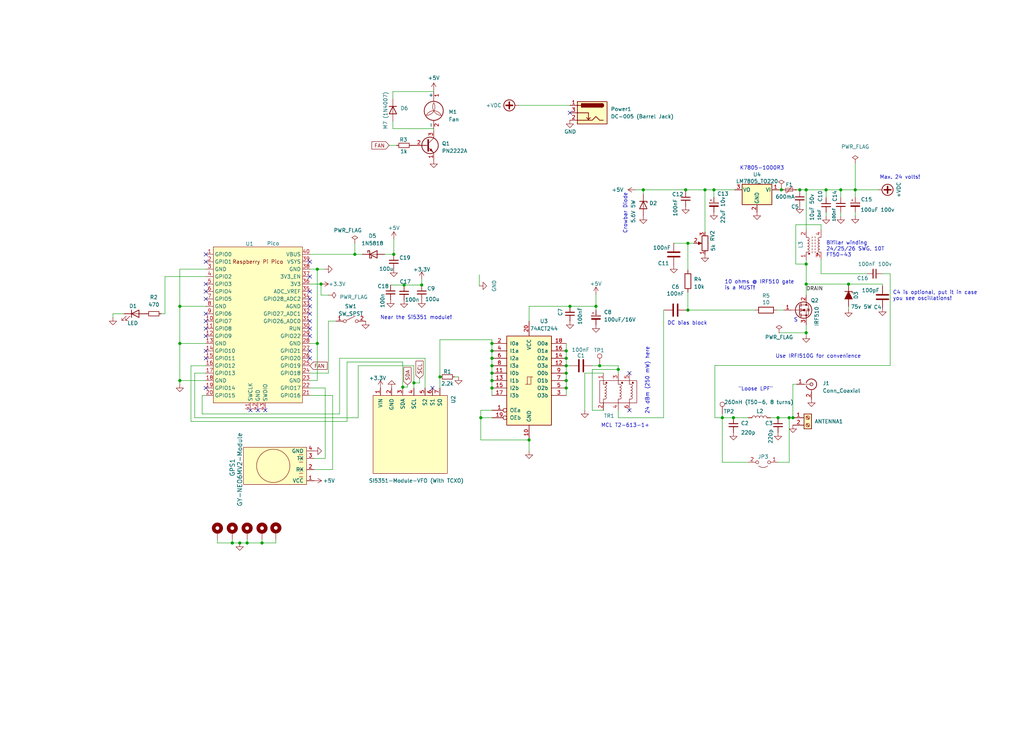
<source format=kicad_sch>
(kicad_sch (version 20230121) (generator eeschema)
  (paper "User" 350.012 250.012)
  (title_block (title "Minimal, reliable, cheap WSPR + FT8 beacon - \"Rogue Radio v2\"") (date "2023-01-30") (rev "V1") (company "Dhiru Kholia (VU3CER)"))
  (junction (at 194.818 104.775))
  (junction (at 234.3658 64.9224))
  (junction (at 61.468 130.175))
  (junction (at 193.548 120.015))
  (junction (at 193.548 127.635))
  (junction (at 292.3286 64.9224))
  (junction (at 273.3548 64.9224))
  (junction (at 244.0178 64.9224))
  (junction (at 168.148 132.715))
  (junction (at 79.4004 185.7248))
  (junction (at 275.5646 113.8174))
  (junction (at 240.9698 64.9224))
  (junction (at 109.728 97.155))
  (junction (at 81.9404 185.7248))
  (junction (at 275.5646 90.3224))
  (junction (at 235.1278 83.2104))
  (junction (at 204.978 125.095))
  (junction (at 168.148 122.555))
  (junction (at 108.458 117.475))
  (junction (at 141.478 130.9624))
  (junction (at 282.3718 64.9224))
  (junction (at 193.548 122.555))
  (junction (at 89.5604 185.7248))
  (junction (at 269.748 142.875))
  (junction (at 144.145 97.4852))
  (junction (at 180.848 150.495))
  (junction (at 193.548 130.175))
  (junction (at 267.081 64.9224))
  (junction (at 193.548 132.715))
  (junction (at 275.5646 64.9224))
  (junction (at 168.148 130.175))
  (junction (at 290.0426 97.1804))
  (junction (at 235.1278 106.0704))
  (junction (at 61.468 117.475))
  (junction (at 265.938 142.875))
  (junction (at 168.148 117.475))
  (junction (at 168.148 125.095))
  (junction (at 137.668 132.4102))
  (junction (at 219.8878 64.9224))
  (junction (at 246.888 142.875))
  (junction (at 134.5946 86.995))
  (junction (at 203.708 104.775))
  (junction (at 168.148 120.015))
  (junction (at 211.328 126.365))
  (junction (at 271.018 142.875))
  (junction (at 138.1252 97.4852))
  (junction (at 61.468 104.775))
  (junction (at 168.148 127.635))
  (junction (at 84.4804 185.7248))
  (junction (at 108.458 92.075))
  (junction (at 287.3756 64.9224))
  (junction (at 121.285 86.995))
  (junction (at 164.338 142.875))
  (junction (at 250.698 142.875))
  (junction (at 193.548 125.095))
  (junction (at 275.5646 97.1804))
  (junction (at 150.368 128.905))
  (no_connect (at 70.358 112.395))
  (no_connect (at 105.918 89.535))
  (no_connect (at 105.918 99.695))
  (no_connect (at 105.918 102.235))
  (no_connect (at 105.918 107.315))
  (no_connect (at 105.918 109.855))
  (no_connect (at 105.918 112.395))
  (no_connect (at 105.918 114.935))
  (no_connect (at 105.918 104.775))
  (no_connect (at 70.358 114.935))
  (no_connect (at 90.678 140.335))
  (no_connect (at 105.918 94.615))
  (no_connect (at 70.358 86.995))
  (no_connect (at 70.358 107.315))
  (no_connect (at 70.358 102.235))
  (no_connect (at 70.358 109.855))
  (no_connect (at 88.138 140.335))
  (no_connect (at 70.358 120.015))
  (no_connect (at 70.358 132.715))
  (no_connect (at 105.918 122.555))
  (no_connect (at 105.918 120.015))
  (no_connect (at 70.358 122.555))
  (no_connect (at 215.138 127.635))
  (no_connect (at 85.598 140.335))
  (no_connect (at 147.828 132.715))
  (no_connect (at 194.7926 38.5826))
  (no_connect (at 70.358 89.535))
  (no_connect (at 215.138 140.335))
  (no_connect (at 70.358 97.155))
  (no_connect (at 70.358 99.695))
  (wire (pts (xy 211.328 127.635) (xy 211.328 126.365)))
  (wire (pts (xy 287.3756 64.9224) (xy 292.3286 64.9224)))
  (wire (pts (xy 138.1252 97.4852) (xy 144.145 97.4852)))
  (wire (pts (xy 141.478 130.9624) (xy 143.4084 130.9624)))
  (wire (pts (xy 272.0086 90.3224) (xy 272.0086 76.8604)))
  (wire (pts (xy 193.548 125.095) (xy 193.548 127.635)))
  (wire (pts (xy 235.1278 83.2104) (xy 230.3018 83.2104)))
  (wire (pts (xy 244.0178 64.9224) (xy 251.1298 64.9224)))
  (wire (pts (xy 199.898 127.635) (xy 199.898 140.335)))
  (wire (pts (xy 265.6586 106.0704) (xy 267.9446 106.0704)))
  (wire (pts (xy 61.468 117.475) (xy 70.358 117.475)))
  (wire (pts (xy 155.448 128.905) (xy 156.718 128.905)))
  (wire (pts (xy 168.148 130.175) (xy 168.148 132.715)))
  (wire (pts (xy 246.888 142.875) (xy 246.888 158.115)))
  (wire (pts (xy 282.3718 72.6948) (xy 282.3718 73.9648)))
  (wire (pts (xy 244.348 142.875) (xy 246.888 142.875)))
  (wire (pts (xy 244.348 125.0188) (xy 244.348 142.875)))
  (wire (pts (xy 193.548 117.475) (xy 193.548 120.015)))
  (wire (pts (xy 108.458 92.075) (xy 110.998 92.075)))
  (wire (pts (xy 168.148 116.205) (xy 150.368 116.205)))
  (wire (pts (xy 240.9698 64.9224) (xy 240.9698 79.4004)))
  (wire (pts (xy 108.458 130.175) (xy 105.918 130.175)))
  (wire (pts (xy 94.2848 184.3786) (xy 94.2848 185.7248)))
  (wire (pts (xy 275.5646 97.1804) (xy 275.5646 100.9904)))
  (wire (pts (xy 217.2208 64.9224) (xy 219.8878 64.9224)))
  (wire (pts (xy 250.698 142.875) (xy 255.778 142.875)))
  (wire (pts (xy 69.088 141.605) (xy 116.078 141.605)))
  (wire (pts (xy 84.4804 185.7248) (xy 89.5604 185.7248)))
  (wire (pts (xy 105.918 86.995) (xy 121.285 86.995)))
  (wire (pts (xy 267.081 64.1604) (xy 267.081 64.9224)))
  (wire (pts (xy 275.5646 90.3224) (xy 275.5646 97.1804)))
  (wire (pts (xy 116.078 122.555) (xy 116.078 141.605)))
  (wire (pts (xy 193.548 132.715) (xy 193.548 130.175)))
  (wire (pts (xy 193.548 122.555) (xy 193.548 125.095)))
  (wire (pts (xy 112.268 127.635) (xy 112.268 109.855)))
  (wire (pts (xy 180.848 104.775) (xy 194.818 104.775)))
  (wire (pts (xy 275.5646 90.3224) (xy 272.0086 90.3224)))
  (wire (pts (xy 61.468 92.075) (xy 61.468 104.775)))
  (wire (pts (xy 38.608 107.315) (xy 38.608 108.585)))
  (wire (pts (xy 84.4804 184.4548) (xy 84.4804 185.7248)))
  (wire (pts (xy 177.2666 36.0426) (xy 194.7926 36.0426)))
  (wire (pts (xy 304.2666 93.6244) (xy 304.2666 125.0188)))
  (wire (pts (xy 266.2936 113.8174) (xy 275.5646 113.8174)))
  (wire (pts (xy 105.918 132.715) (xy 111.1504 132.715)))
  (wire (pts (xy 105.918 97.155) (xy 109.728 97.155)))
  (wire (pts (xy 235.1278 99.9744) (xy 235.1278 106.0704)))
  (wire (pts (xy 109.728 97.155) (xy 109.728 100.965)))
  (wire (pts (xy 211.328 142.875) (xy 226.822 142.875)))
  (wire (pts (xy 235.1278 106.0704) (xy 258.0386 106.0704)))
  (wire (pts (xy 168.148 122.555) (xy 168.148 120.015)))
  (wire (pts (xy 61.468 104.775) (xy 70.358 104.775)))
  (wire (pts (xy 141.478 130.9624) (xy 141.478 132.715)))
  (wire (pts (xy 69.088 135.255) (xy 69.088 141.605)))
  (wire (pts (xy 246.888 141.605) (xy 246.888 142.875)))
  (wire (pts (xy 113.6904 135.255) (xy 113.6904 160.6042)))
  (wire (pts (xy 292.3286 72.5424) (xy 292.3286 73.8124)))
  (wire (pts (xy 282.3718 64.9224) (xy 282.3718 67.6148)))
  (wire (pts (xy 134.62 81.788) (xy 134.62 86.995)))
  (wire (pts (xy 234.3658 64.9224) (xy 234.3658 65.4304)))
  (wire (pts (xy 290.0426 97.1804) (xy 301.6504 97.1804)))
  (wire (pts (xy 122.428 125.095) (xy 122.428 142.875)))
  (wire (pts (xy 292.3286 64.9224) (xy 300.2026 64.9224)))
  (wire (pts (xy 234.3658 64.9224) (xy 240.9698 64.9224)))
  (wire (pts (xy 137.668 132.4102) (xy 137.668 132.715)))
  (wire (pts (xy 180.848 104.775) (xy 180.848 109.855)))
  (wire (pts (xy 265.938 158.115) (xy 269.748 158.115)))
  (wire (pts (xy 133.5024 97.4852) (xy 138.1252 97.4852)))
  (wire (pts (xy 163.83 97.79) (xy 163.83 93.98)))
  (wire (pts (xy 79.4004 184.4548) (xy 79.4004 185.7248)))
  (wire (pts (xy 137.668 123.825) (xy 137.668 132.4102)))
  (wire (pts (xy 204.978 125.095) (xy 211.328 125.095)))
  (wire (pts (xy 272.288 64.9224) (xy 273.3548 64.9224)))
  (wire (pts (xy 70.358 94.615) (xy 56.388 94.615)))
  (wire (pts (xy 121.285 83.185) (xy 121.285 86.995)))
  (wire (pts (xy 70.358 130.175) (xy 61.468 130.175)))
  (wire (pts (xy 113.6904 160.6042) (xy 107.3658 160.6042)))
  (wire (pts (xy 81.9404 185.7248) (xy 84.4804 185.7248)))
  (wire (pts (xy 211.328 140.335) (xy 211.328 142.875)))
  (wire (pts (xy 164.338 140.335) (xy 164.338 142.875)))
  (wire (pts (xy 211.328 126.365) (xy 211.328 125.095)))
  (wire (pts (xy 42.418 107.315) (xy 38.608 107.315)))
  (wire (pts (xy 234.6706 106.0704) (xy 235.1278 106.0704)))
  (wire (pts (xy 273.3548 65.3034) (xy 273.3548 64.9224)))
  (wire (pts (xy 280.6446 93.6244) (xy 296.3926 93.6244)))
  (wire (pts (xy 292.3286 64.9224) (xy 292.3286 67.4624)))
  (wire (pts (xy 193.548 127.635) (xy 193.548 130.175)))
  (wire (pts (xy 70.358 125.095) (xy 65.278 125.095)))
  (wire (pts (xy 79.4004 185.7248) (xy 81.9404 185.7248)))
  (wire (pts (xy 203.708 100.711) (xy 203.708 104.775)))
  (wire (pts (xy 219.8878 64.9224) (xy 234.3658 64.9224)))
  (wire (pts (xy 273.3548 64.9224) (xy 275.5646 64.9224)))
  (wire (pts (xy 168.148 117.475) (xy 168.148 120.015)))
  (wire (pts (xy 263.398 142.875) (xy 265.938 142.875)))
  (wire (pts (xy 55.118 107.315) (xy 56.388 107.315)))
  (wire (pts (xy 168.148 127.635) (xy 168.148 125.095)))
  (wire (pts (xy 282.3718 64.9224) (xy 287.3756 64.9224)))
  (wire (pts (xy 246.888 142.875) (xy 250.698 142.875)))
  (wire (pts (xy 105.918 117.475) (xy 108.458 117.475)))
  (wire (pts (xy 301.6504 97.1804) (xy 301.6504 97.79)))
  (wire (pts (xy 70.358 127.635) (xy 66.548 127.635)))
  (wire (pts (xy 61.468 130.175) (xy 61.468 131.445)))
  (wire (pts (xy 108.458 117.475) (xy 108.458 130.175)))
  (wire (pts (xy 150.368 116.205) (xy 150.368 128.905)))
  (wire (pts (xy 280.6446 76.8604) (xy 280.6446 78.6384)))
  (wire (pts (xy 66.548 127.635) (xy 66.548 142.875)))
  (wire (pts (xy 275.5646 90.3224) (xy 275.5646 88.7984)))
  (wire (pts (xy 134.5946 86.995) (xy 134.62 86.995)))
  (wire (pts (xy 150.368 128.905) (xy 150.368 132.715)))
  (wire (pts (xy 280.6446 88.7984) (xy 280.6446 93.6244)))
  (wire (pts (xy 105.918 92.075) (xy 108.458 92.075)))
  (wire (pts (xy 202.438 125.095) (xy 204.978 125.095)))
  (wire (pts (xy 235.1278 83.2104) (xy 235.1278 92.3544)))
  (wire (pts (xy 164.338 150.495) (xy 180.848 150.495)))
  (wire (pts (xy 144.145 95.5294) (xy 144.145 97.4852)))
  (wire (pts (xy 105.918 127.635) (xy 112.268 127.635)))
  (wire (pts (xy 202.438 140.335) (xy 206.248 140.335)))
  (wire (pts (xy 144.145 97.4852) (xy 144.145 97.5106)))
  (wire (pts (xy 56.388 94.615) (xy 56.388 107.315)))
  (wire (pts (xy 107.3658 156.7942) (xy 111.1504 156.7942)))
  (wire (pts (xy 112.268 109.855) (xy 114.808 109.855)))
  (wire (pts (xy 137.668 132.4102) (xy 139.2682 132.4102)))
  (wire (pts (xy 275.5646 111.1504) (xy 275.5646 113.8174)))
  (wire (pts (xy 65.278 144.145) (xy 118.618 144.145)))
  (wire (pts (xy 301.4726 93.6244) (xy 304.2666 93.6244)))
  (wire (pts (xy 70.358 92.075) (xy 61.468 92.075)))
  (wire (pts (xy 193.548 125.095) (xy 194.818 125.095)))
  (wire (pts (xy 199.898 127.635) (xy 206.248 127.635)))
  (wire (pts (xy 203.708 104.775) (xy 203.708 106.045)))
  (wire (pts (xy 134.2898 44.0182) (xy 148.2598 44.0182)))
  (wire (pts (xy 240.9698 64.9224) (xy 244.0178 64.9224)))
  (wire (pts (xy 244.348 125.0188) (xy 304.2666 125.0188)))
  (wire (pts (xy 89.5604 184.4548) (xy 89.5604 185.7248)))
  (wire (pts (xy 180.848 150.495) (xy 180.848 154.305)))
  (wire (pts (xy 287.3756 64.9224) (xy 287.3756 67.564)))
  (wire (pts (xy 168.148 117.475) (xy 168.148 116.205)))
  (wire (pts (xy 202.438 126.365) (xy 211.328 126.365)))
  (wire (pts (xy 135.5598 49.7332) (xy 133.0198 49.7332)))
  (wire (pts (xy 168.148 127.635) (xy 168.148 130.175)))
  (wire (pts (xy 105.918 135.255) (xy 113.6904 135.255)))
  (wire (pts (xy 145.288 132.715) (xy 145.288 122.555)))
  (wire (pts (xy 69.088 135.255) (xy 70.358 135.255)))
  (wire (pts (xy 118.618 123.825) (xy 118.618 144.145)))
  (wire (pts (xy 74.3204 184.4548) (xy 74.3204 185.7248)))
  (wire (pts (xy 122.428 125.095) (xy 141.478 125.095)))
  (wire (pts (xy 164.338 142.875) (xy 164.338 150.495)))
  (wire (pts (xy 168.148 132.715) (xy 168.148 135.255)))
  (wire (pts (xy 226.822 106.0704) (xy 226.822 142.875)))
  (wire (pts (xy 266.3698 64.9224) (xy 267.081 64.9224)))
  (wire (pts (xy 202.438 140.335) (xy 202.438 126.365)))
  (wire (pts (xy 271.018 131.445) (xy 271.018 142.875)))
  (wire (pts (xy 168.148 122.555) (xy 168.148 125.095)))
  (wire (pts (xy 121.285 86.995) (xy 123.825 86.995)))
  (wire (pts (xy 275.5646 64.9224) (xy 282.3718 64.9224)))
  (wire (pts (xy 148.2598 30.9118) (xy 148.2598 31.3182)))
  (wire (pts (xy 269.748 158.115) (xy 269.748 142.875)))
  (wire (pts (xy 292.3286 55.7784) (xy 292.3286 64.9224)))
  (wire (pts (xy 275.5646 113.8174) (xy 275.5646 114.5794)))
  (wire (pts (xy 194.818 104.775) (xy 203.708 104.775)))
  (wire (pts (xy 219.8878 66.3194) (xy 219.8878 64.9224)))
  (wire (pts (xy 168.148 142.875) (xy 164.338 142.875)))
  (wire (pts (xy 74.3204 185.7248) (xy 79.4004 185.7248)))
  (wire (pts (xy 237.1598 83.2104) (xy 235.1278 83.2104)))
  (wire (pts (xy 287.3756 72.644) (xy 287.3756 73.914)))
  (wire (pts (xy 109.728 100.965) (xy 112.268 100.965)))
  (wire (pts (xy 111.1504 132.715) (xy 111.1504 156.7942)))
  (wire (pts (xy 138.1252 97.6122) (xy 138.1252 97.4852)))
  (wire (pts (xy 65.278 125.095) (xy 65.278 144.145)))
  (wire (pts (xy 143.4084 129.4384) (xy 143.4084 130.9624)))
  (wire (pts (xy 193.548 132.715) (xy 193.548 135.255)))
  (wire (pts (xy 244.0178 67.4624) (xy 244.0178 64.9224)))
  (wire (pts (xy 134.2898 41.4782) (xy 134.2898 44.0182)))
  (wire (pts (xy 148.2598 44.0182) (xy 148.2598 44.6532)))
  (wire (pts (xy 61.468 117.475) (xy 61.468 130.175)))
  (wire (pts (xy 272.288 131.445) (xy 271.018 131.445)))
  (wire (pts (xy 139.2682 131.6482) (xy 139.2682 132.4102)))
  (wire (pts (xy 272.0086 76.8604) (xy 280.6446 76.8604)))
  (wire (pts (xy 145.288 122.555) (xy 116.078 122.555)))
  (wire (pts (xy 275.5646 64.9224) (xy 275.5646 78.6384)))
  (wire (pts (xy 267.081 64.9224) (xy 267.208 64.9224)))
  (wire (pts (xy 141.478 125.095) (xy 141.478 130.9624)))
  (wire (pts (xy 134.2898 31.3182) (xy 134.2898 33.8582)))
  (wire (pts (xy 66.548 142.875) (xy 122.428 142.875)))
  (wire (pts (xy 89.5604 185.7248) (xy 94.2848 185.7248)))
  (wire (pts (xy 108.458 92.075) (xy 108.458 117.475)))
  (wire (pts (xy 290.0426 105.8164) (xy 290.0426 104.8004)))
  (wire (pts (xy 118.618 123.825) (xy 137.668 123.825)))
  (wire (pts (xy 193.548 122.555) (xy 193.548 120.015)))
  (wire (pts (xy 275.5646 97.1804) (xy 290.0426 97.1804)))
  (wire (pts (xy 131.445 86.995) (xy 134.5946 86.995)))
  (wire (pts (xy 265.938 142.875) (xy 269.748 142.875)))
  (wire (pts (xy 168.148 140.335) (xy 164.338 140.335)))
  (wire (pts (xy 226.822 106.0704) (xy 227.0506 106.0704)))
  (wire (pts (xy 246.888 158.115) (xy 255.778 158.115)))
  (wire (pts (xy 61.468 104.775) (xy 61.468 117.475)))
  (wire (pts (xy 269.748 142.875) (xy 271.018 142.875)))
  (wire (pts (xy 134.2898 31.3182) (xy 148.2598 31.3182)))
  (text "Bifilar winding\n24/25/26 SWG, 10T\nFT50-43" (at 282.3718 88.0364 0) (effects (font (size 1.27 1.27)) (justify left bottom)))
  (text "Max. 24 volts!" (at 300.6598 61.468 0) (effects (font (size 1.27 1.27)) (justify left bottom)))
  (text "Near the Si5351 module!" (at 129.9464 109.4486 0) (effects (font (size 1.27 1.27)) (justify left bottom)))
  (text "10 ohms @ IRF510 gate\nis a MUST!" (at 247.65 99.314 0) (effects (font (size 1.27 1.27)) (justify left bottom)))
  (text "DC bias block" (at 228.092 111.3536 0) (effects (font (size 1.27 1.27)) (justify left bottom)))
  (text "S" (at 271.3228 110.2868 0) (effects (font (size 1.27 1.27)) (justify left bottom)))
  (text "\"Loose LPF\"" (at 252.349 133.8834 0) (effects (font (size 1.27 1.27)) (justify left bottom)))
  (text "MCL T2-613-1+" (at 205.4098 146.3548 0) (effects (font (size 1.27 1.27)) (justify left bottom)))
  (text "C4 is optional, put it in case\nyou see oscillations!" (at 305.181 102.9462 0) (effects (font (size 1.27 1.27)) (justify left bottom)))
  (text "K7805-1000R3" (at 252.857 58.3184 0) (effects (font (size 1.27 1.27)) (justify left bottom)))
  (text "Use IRFI510G for convenience" (at 265.049 122.682 0) (effects (font (size 1.27 1.27)) (justify left bottom)))
  (text "Crowbar Diode" (at 214.4776 79.9846 90) (effects (font (size 1.27 1.27)) (justify left bottom)))
  (text "24 dBm (250 mW) here" (at 222.0214 141.7828 90) (effects (font (size 1.27 1.27)) (justify left bottom)))
  (label "DRAIN" (at 275.5646 99.7204 0))
  (global_label "SCL" (shape input) (at 143.4084 129.4384 90) (property "Intersheetrefs" "${INTERSHEET_REFS}" (effects hide)))
  (global_label "FAN" (shape input) (at 133.0198 49.7332 180) (property "Intersheetrefs" "${INTERSHEET_REFS}" (effects hide)))
  (global_label "FAN" (shape input) (at 105.918 125.095 0) (property "Intersheetrefs" "${INTERSHEET_REFS}" (effects hide)))
  (global_label "SDA" (shape input) (at 139.2682 131.6482 90) (property "Intersheetrefs" "${INTERSHEET_REFS}" (effects hide)))
  (symbol (lib_id "Control-Board-rescue:SI5351Module_2-VFO-SDR_SSB-rescue-Hack-v1-rescue") (at 140.208 147.955 270) (unit 1)
    (property "Reference" "U2" (at 154.94 135.255 0) (effects (justify left)))
    (property "Value" "SI5351-Module-VFO (With TCXO)" (at 126.0348 164.4142 90) (effects (justify left)))
    (property "Footprint" "footprints:SI5351 Module" (effects hide))
    (property "Populate" "no" (effects hide))
    (property "URL" "https://www.adafruit.com/product/2045" (effects hide))
  )
  (symbol (lib_id "power:GND") (at 133.858 132.715 180) (unit 1)
    (property "Reference" "#PWR0108" (effects hide))
    (property "Value" "GND" (effects hide))
  )
  (symbol (lib_id "Device:C_Small") (at 144.145 100.0506 0) (unit 1)
    (property "Reference" "C9" (at 145.9992 98.679 0) (effects (justify left)))
    (property "Value" "100u" (at 145.288 102.3112 0) (effects (justify left)))
    (property "Footprint" "Capacitor_SMD:C_1210_3225Metric_Pad1.33x2.70mm_HandSolder" (effects hide))
    (property "URL" "https://www.digikey.com/en/products/detail/rubycon/16ZLH100MEFC5X11/3134106" (effects hide))
  )
  (symbol (lib_id "power:GND") (at 234.3658 70.5104 0) (unit 1)
    (property "Reference" "#PWR020" (effects hide))
    (property "Value" "GND" (effects hide))
  )
  (symbol (lib_id "power:GND") (at 271.018 145.415 0) (mirror y) (unit 1)
    (property "Reference" "#PWR0102" (effects hide))
    (property "Value" "GND" (effects hide))
  )
  (symbol (lib_id "Transistor_FET:IRF540N") (at 273.0246 106.0704 0) (unit 1)
    (property "Reference" "Q2" (at 277.0886 102.7684 0) (effects (justify left)))
    (property "Value" "IRF510" (at 279.146 111.5822 90) (effects (justify left)))
    (property "Footprint" "footprints:TO-220-3_Horizontal_TabDown" (effects hide))
    (property "Datasheet" "http://www.irf.com/product-info/datasheets/data/irf540n.pdf" (effects hide))
  )
  (symbol (lib_id "power:+3.3V") (at 109.728 97.155 270) (unit 1)
    (property "Reference" "#PWR012" (effects hide))
    (property "Value" "+3.3V" (at 112.268 97.155 90) (effects (justify left)))
  )
  (symbol (lib_id "t2-613-1+:T2-613-1+") (at 208.788 133.985 90) (mirror x) (unit 1)
    (property "Reference" "TR1" (at 210.0326 142.24 90) (effects (justify left)))
    (property "Value" "T2-613-1+" (effects hide))
    (property "Footprint" "footprints:KK81" (effects hide))
    (property "URL" "https://www.minicircuits.com/WebStore/dashboard.html?model=T2-613-1-KK81%2B" (effects hide))
  )
  (symbol (lib_id "Device:L_Ferrite_Coupled") (at 278.1046 83.7184 90) (unit 1)
    (property "Reference" "L3" (at 273.6596 83.7184 0))
    (property "Value" "L_Ferrite_Coupled" (effects hide))
    (property "Footprint" "footprints:FT50-43 Transformer" (effects hide))
  )
  (symbol (lib_id "Device:R_Small") (at 138.0998 49.7332 90) (unit 1)
    (property "Reference" "R3" (at 137.8966 47.7774 90))
    (property "Value" "1k" (at 138.0236 51.7906 90))
    (property "Footprint" "Resistor_SMD:R_1206_3216Metric_Pad1.30x1.75mm_HandSolder" (effects hide))
  )
  (symbol (lib_id "power:GND") (at 199.898 140.335 0) (mirror y) (unit 1)
    (property "Reference" "#PWR09" (effects hide))
    (property "Value" "GND" (effects hide))
  )
  (symbol (lib_id "power:GND") (at 133.5024 102.5652 0) (unit 1)
    (property "Reference" "#PWR025" (effects hide))
    (property "Value" "GNDPWR" (effects hide))
  )
  (symbol (lib_id "Motor:Fan") (at 148.2598 38.9382 0) (unit 1)
    (property "Reference" "M1" (at 153.3398 38.3032 0) (effects (justify left)))
    (property "Value" "Fan" (at 153.3398 40.8432 0) (effects (justify left)))
    (property "Footprint" "Connector_PinHeader_2.54mm:PinHeader_1x02_P2.54mm_Vertical_SMD_Pin1Left" (effects hide))
  )
  (symbol (lib_id "Connector:TestPoint") (at 204.978 125.095 0) (unit 1)
    (property "Reference" "TP1" (at 206.6036 119.8118 0) (effects (justify right)))
    (property "Value" "TestPoint" (effects hide))
    (property "Footprint" "TestPoint:TestPoint_Keystone_5019_Minature" (effects hide))
    (property "Populate" "no" (effects hide))
    (property "URL" "https://robu.in/product/1x40-berg-strip-male-connector/" (effects hide))
  )
  (symbol (lib_id "power:GND") (at 203.708 111.125 0) (unit 1)
    (property "Reference" "#PWR08" (effects hide))
    (property "Value" "GNDPWR" (effects hide))
  )
  (symbol (lib_id "power:+3.3V") (at 144.145 95.5294 0) (unit 1)
    (property "Reference" "#PWR022" (effects hide))
    (property "Value" "+3.3V" (at 141.1986 92.1766 0) (effects (justify left)))
  )
  (symbol (lib_id "power:GND") (at 61.468 131.445 0) (unit 1)
    (property "Reference" "#PWR016" (effects hide))
    (property "Value" "GND" (effects hide))
  )
  (symbol (lib_id "power:GND") (at 258.7498 72.5424 0) (unit 1)
    (property "Reference" "#PWR019" (effects hide))
    (property "Value" "GND" (effects hide))
  )
  (symbol (lib_id "power:GND") (at 180.848 154.305 0) (unit 1)
    (property "Reference" "#PWR05" (effects hide))
    (property "Value" "GNDPWR" (effects hide))
  )
  (symbol (lib_id "Mechanical:MountingHole_Pad") (at 84.4804 181.9148 0) (unit 1)
    (property "Reference" "H3" (effects hide))
    (property "Value" "MountingHole_Pad" (effects hide))
    (property "Footprint" "MountingHole:MountingHole_3.2mm_M3_Pad_Via" (effects hide))
  )
  (symbol (lib_id "Device:C_Small") (at 287.3756 70.104 0) (unit 1)
    (property "Reference" "C14" (at 285.3436 67.056 90))
    (property "Value" "100nF" (at 285.0896 73.406 90) (effects (font (size 0.9906 0.9906))))
    (property "Footprint" "Capacitor_SMD:C_1206_3216Metric_Pad1.33x1.80mm_HandSolder" (effects hide))
  )
  (symbol (lib_id "power:PWR_FLAG") (at 112.268 100.965 270) (unit 1)
    (property "Reference" "#FLG02" (effects hide))
    (property "Value" "PWR_FLAG" (at 116.078 101.6 90) (effects (justify left)))
  )
  (symbol (lib_id "power:GND") (at 219.8878 73.9394 0) (unit 1)
    (property "Reference" "#PWR015" (effects hide))
    (property "Value" "GND" (effects hide))
  )
  (symbol (lib_id "Device:C_Small") (at 298.9326 93.6244 270) (unit 1)
    (property "Reference" "C16" (at 294.8686 95.1484 90))
    (property "Value" "100nF 100v" (at 299.0596 90.3224 90))
    (property "Footprint" "Capacitor_SMD:C_1206_3216Metric_Pad1.33x1.80mm_HandSolder" (effects hide))
  )
  (symbol (lib_id "Device:C_Small") (at 273.3548 67.8434 0) (unit 1)
    (property "Reference" "C5" (at 270.4084 70.6882 0) (effects (justify left)))
    (property "Value" "10uF 50v" (at 277.5204 75.5142 90) (effects (justify left)))
    (property "Footprint" "Capacitor_SMD:C_1210_3225Metric_Pad1.33x2.70mm_HandSolder" (effects hide))
  )
  (symbol (lib_id "power:GND") (at 110.998 92.075 90) (unit 1)
    (property "Reference" "#PWR03" (effects hide))
    (property "Value" "GND" (effects hide))
  )
  (symbol (lib_id "power:GND") (at 230.3018 90.8304 0) (unit 1)
    (property "Reference" "#PWR0111" (effects hide))
    (property "Value" "GND" (effects hide))
  )
  (symbol (lib_id "Jumper:Jumper_2_Open") (at 260.858 158.115 180) (unit 1)
    (property "Reference" "JP3" (at 260.858 156.21 0))
    (property "Value" "Jumper_2_Open" (effects hide))
    (property "Footprint" "Jumper:SolderJumper-2_P1.3mm_Open_TrianglePad1.0x1.5mm" (effects hide))
  )
  (symbol (lib_id "power:GND") (at 138.1252 102.6922 0) (unit 1)
    (property "Reference" "#PWR024" (effects hide))
    (property "Value" "GNDPWR" (effects hide))
  )
  (symbol (lib_id "Mechanical:MountingHole_Pad") (at 74.3204 181.9148 0) (unit 1)
    (property "Reference" "H1" (effects hide))
    (property "Value" "MountingHole_Pad" (effects hide))
    (property "Footprint" "MountingHole:MountingHole_3.2mm_M3_Pad_Via" (effects hide))
  )
  (symbol (lib_id "Device:C_Small") (at 134.5946 89.535 0) (unit 1)
    (property "Reference" "C19" (at 136.4488 88.1634 0) (effects (justify left)))
    (property "Value" "100u" (at 129.5654 91.9734 0) (effects (justify left)))
    (property "Footprint" "Capacitor_SMD:C_1210_3225Metric_Pad1.33x2.70mm_HandSolder" (effects hide))
    (property "URL" "https://www.digikey.com/en/products/detail/rubycon/16ZLH100MEFC5X11/3134106" (effects hide))
  )
  (symbol (lib_id "Device:Polyfuse_Small") (at 269.748 64.9224 90) (unit 1)
    (property "Reference" "F1" (at 269.748 63.1444 90))
    (property "Value" "600mA" (at 268.3764 67.2846 90))
    (property "Footprint" "Fuse:Fuse_1812_4532Metric_Pad1.30x3.40mm_HandSolder" (effects hide))
  )
  (symbol (lib_id "power:GND") (at 250.698 147.955 0) (mirror y) (unit 1)
    (property "Reference" "#PWR0103" (effects hide))
    (property "Value" "GND" (effects hide))
  )
  (symbol (lib_id "power:PWR_FLAG") (at 266.2936 113.8174 0) (unit 1)
    (property "Reference" "#FLG0104" (effects hide))
    (property "Value" "PWR_FLAG" (at 266.2936 115.3414 0))
  )
  (symbol (lib_id "Device:C_Small") (at 133.5024 100.0252 0) (unit 1)
    (property "Reference" "C18" (at 129.032 97.8916 0) (effects (justify left)))
    (property "Value" "100n" (at 130.7592 105.3338 90) (effects (justify left)))
    (property "Footprint" "Capacitor_SMD:C_1206_3216Metric_Pad1.33x1.80mm_HandSolder" (effects hide))
    (property "URL" "https://www.digikey.com/en/products/detail/rubycon/16ZLH100MEFC5X11/3134106" (effects hide))
  )
  (symbol (lib_id "Device:C_Small") (at 282.3718 70.1548 0) (unit 1)
    (property "Reference" "C10" (at 280.3398 67.1068 90))
    (property "Value" "10nF" (at 280.0858 73.4568 90) (effects (font (size 0.9906 0.9906))))
    (property "Footprint" "Capacitor_SMD:C_1206_3216Metric_Pad1.33x1.80mm_HandSolder" (effects hide))
  )
  (symbol (lib_id "Device:C_Small") (at 250.698 145.415 0) (unit 1)
    (property "Reference" "C2" (at 253.238 144.78 0) (effects (justify left)))
    (property "Value" "220p" (at 253.238 147.955 0) (effects (justify left)))
    (property "Footprint" "Capacitor_SMD:C_1206_3216Metric_Pad1.33x1.80mm_HandSolder" (effects hide))
    (property "Populate" "yes" (effects hide))
    (property "URL" "https://www.digikey.in/en/products/detail/vishay-beyschlag-draloric-bc-components/K221J15C0GF5TL2/286471" (effects hide))
  )
  (symbol (lib_id "power:GND") (at 292.3286 73.8124 0) (unit 1)
    (property "Reference" "#PWR0115" (effects hide))
    (property "Value" "GND" (effects hide))
  )
  (symbol (lib_id "Device:C_Polarized_Small") (at 203.708 108.585 0) (unit 1)
    (property "Reference" "C8" (at 206.4004 106.7688 0) (effects (justify left)))
    (property "Value" "100uF/16V" (at 206.4004 109.3088 0) (effects (justify left)))
    (property "Footprint" "Capacitor_THT:CP_Radial_D4.0mm_P2.00mm" (effects hide))
    (property "URL" "https://www.digikey.com/en/products/detail/rubycon/16ZLH100MEFC5X11/3134106" (effects hide))
  )
  (symbol (lib_id "Device:L") (at 259.588 142.875 90) (unit 1)
    (property "Reference" "L2" (at 259.7404 140.6398 90))
    (property "Value" "260nH (T50-6, 8 turns)" (at 259.3848 137.541 90))
    (property "Footprint" "footprints:T37-2" (effects hide))
    (property "Datasheet" "https://toroids.info/T50-6.php" (effects hide))
    (property "Populate" "no" (effects hide))
    (property "URL" "https://kitsandparts.com/" (effects hide))
  )
  (symbol (lib_id "Connector:Barrel_Jack_Switch") (at 202.4126 38.5826 0) (mirror y) (unit 1)
    (property "Reference" "Power1" (at 208.7626 37.3125 0) (effects (justify right)))
    (property "Value" "DC-005 (Barrel Jack)" (at 208.7626 39.8525 0) (effects (justify right)))
    (property "Footprint" "footprints:XKB_DC-005-5A-2.0_Modded" (effects hide))
  )
  (symbol (lib_id "Connector:TestPoint") (at 246.888 141.605 0) (unit 1)
    (property "Reference" "TP2" (at 250.952 140.716 0) (effects (justify right)))
    (property "Value" "TestPoint" (effects hide))
    (property "Footprint" "TestPoint:TestPoint_Keystone_5019_Minature" (effects hide))
    (property "Populate" "no" (effects hide))
    (property "URL" "https://robu.in/product/1x40-berg-strip-male-connector/" (effects hide))
  )
  (symbol (lib_id "power:+VDC") (at 300.2026 64.9224 270) (unit 1)
    (property "Reference" "#PWR018" (effects hide))
    (property "Value" "+VDC" (at 307.1876 64.9224 0))
  )
  (symbol (lib_id "power:GND") (at 273.3548 70.3834 0) (unit 1)
    (property "Reference" "#PWR0109" (effects hide))
    (property "Value" "GND" (effects hide))
  )
  (symbol (lib_id "Device:C_Small") (at 265.938 145.415 0) (unit 1)
    (property "Reference" "C3" (at 261.493 144.78 0) (effects (justify left)))
    (property "Value" "220p" (at 263.398 151.765 90) (effects (justify left)))
    (property "Footprint" "Capacitor_SMD:C_1206_3216Metric_Pad1.33x1.80mm_HandSolder" (effects hide))
    (property "Populate" "yes" (effects hide))
    (property "URL" "https://www.digikey.in/en/products/detail/vishay-beyschlag-draloric-bc-components/K221J15C0GF5TL2/286471" (effects hide))
  )
  (symbol (lib_id "power:GND") (at 287.3756 73.914 0) (unit 1)
    (property "Reference" "#PWR0110" (effects hide))
    (property "Value" "GND" (effects hide))
  )
  (symbol (lib_id "Device:R") (at 261.8486 106.0704 270) (unit 1)
    (property "Reference" "R5" (at 261.8486 101.1428 90))
    (property "Value" "10" (at 261.8486 103.4034 90))
    (property "Footprint" "Resistor_SMD:R_1206_3216Metric_Pad1.30x1.75mm_HandSolder" (effects hide))
  )
  (symbol (lib_id "power:GND") (at 124.968 109.855 0) (unit 1)
    (property "Reference" "#PWR0106" (effects hide))
    (property "Value" "GND" (effects hide))
  )
  (symbol (lib_id "Device:C") (at 230.3018 87.0204 0) (unit 1)
    (property "Reference" "C11" (at 224.8408 90.0684 0) (effects (justify left)))
    (property "Value" "100nF" (at 223.1898 84.7344 0) (effects (justify left)))
    (property "Footprint" "Capacitor_SMD:C_1206_3216Metric_Pad1.33x1.80mm_HandSolder" (effects hide))
  )
  (symbol (lib_id "power:GND") (at 282.3718 73.9648 0) (unit 1)
    (property "Reference" "#PWR0118" (effects hide))
    (property "Value" "GND" (effects hide))
  )
  (symbol (lib_id "power:+5V") (at 134.62 81.788 0) (unit 1)
    (property "Reference" "#PWR0127" (effects hide))
    (property "Value" "+5V" (at 134.62 77.978 0))
  )
  (symbol (lib_id "power:GND") (at 38.608 108.585 0) (unit 1)
    (property "Reference" "#PWR011" (effects hide))
    (property "Value" "GND" (effects hide))
  )
  (symbol (lib_id "power:GND") (at 148.2598 54.8132 0) (mirror y) (unit 1)
    (property "Reference" "#PWR0139" (effects hide))
    (property "Value" "GND" (effects hide))
  )
  (symbol (lib_id "Device:R") (at 235.1278 96.1644 0) (unit 1)
    (property "Reference" "R4" (at 237.1598 95.5294 0) (effects (justify left)))
    (property "Value" "10k" (at 237.1598 98.0694 0) (effects (justify left)))
    (property "Footprint" "Resistor_SMD:R_1206_3216Metric_Pad1.30x1.75mm_HandSolder" (effects hide))
  )
  (symbol (lib_id "Connector:Screw_Terminal_01x02") (at 276.098 142.875 0) (unit 1)
    (property "Reference" "ANTENNA1" (at 278.4348 144.1449 0) (effects (justify left)))
    (property "Value" "Screw_Terminal_01x02" (effects hide))
    (property "Footprint" "TerminalBlock:TerminalBlock_bornier-2_P5.08mm" (effects hide))
    (property "Populate" "no" (effects hide))
    (property "URL" "https://www.digikey.com/en/products/detail/weidm%C3%BCller/1760510000/459739" (effects hide))
  )
  (symbol (lib_id "Device:D_Zener_Filled") (at 290.0426 100.9904 270) (unit 1)
    (property "Reference" "D3" (at 292.5826 100.9904 0))
    (property "Value" "75v 5W" (at 294.4114 104.902 90))
    (property "Footprint" "Diode_THT:D_DO-201_P5.08mm_Vertical_KathodeUp" (effects hide))
  )
  (symbol (lib_id "Switch:SW_SPST") (at 119.888 109.855 0) (unit 1)
    (property "Reference" "SW1" (at 119.888 104.775 0))
    (property "Value" "SW_SPST" (at 119.888 107.315 0))
    (property "Footprint" "Connector_PinSocket_2.54mm:PinSocket_1x02_P2.54mm_Vertical" (effects hide))
  )
  (symbol (lib_id "power:PWR_FLAG") (at 267.081 64.1604 0) (unit 1)
    (property "Reference" "#FLG01" (effects hide))
    (property "Value" "PWR_FLAG" (effects hide))
  )
  (symbol (lib_id "Device:C_Small") (at 234.3658 67.9704 0) (unit 1)
    (property "Reference" "C12" (at 229.6922 66.4464 0) (effects (justify left)))
    (property "Value" "100nF" (at 230.8098 74.0664 90) (effects (justify left)))
    (property "Footprint" "Capacitor_SMD:C_1206_3216Metric_Pad1.33x1.80mm_HandSolder" (effects hide))
  )
  (symbol (lib_id "power:GND") (at 277.368 136.525 0) (mirror y) (unit 1)
    (property "Reference" "#PWR0107" (effects hide))
    (property "Value" "GND" (effects hide))
  )
  (symbol (lib_id "power:GND") (at 134.5946 92.075 0) (unit 1)
    (property "Reference" "#PWR026" (effects hide))
    (property "Value" "GNDPWR" (effects hide))
  )
  (symbol (lib_id "Device:R_Small") (at 52.578 107.315 270) (unit 1)
    (property "Reference" "R2" (at 52.578 101.6762 90))
    (property "Value" "470" (at 52.578 104.2162 90))
    (property "Footprint" "Resistor_SMD:R_1206_3216Metric_Pad1.30x1.75mm_HandSolder" (effects hide))
    (property "URL" "https://www.digikey.com/en/products/detail/yageo/MF0207FRE52-470R/9125108" (effects hide))
  )
  (symbol (lib_id "Diode:1N5818") (at 127.635 86.995 0) (unit 1)
    (property "Reference" "D5" (at 127.3175 80.6958 0))
    (property "Value" "1N5818" (at 127.3175 83.2358 0))
    (property "Footprint" "Diode_SMD:D_SMA-SMB_Universal_Handsoldering" (effects hide))
    (property "Datasheet" "http://www.vishay.com/docs/88525/1n5817.pdf" (effects hide))
  )
  (symbol (lib_id "power:GND") (at 275.5646 114.5794 0) (unit 1)
    (property "Reference" "#PWR0116" (effects hide))
    (property "Value" "GND" (effects hide))
  )
  (symbol (lib_id "power:GND") (at 265.938 147.955 0) (mirror y) (unit 1)
    (property "Reference" "#PWR0104" (effects hide))
    (property "Value" "GND" (effects hide))
  )
  (symbol (lib_id "power:PWR_FLAG") (at 292.3286 55.7784 0) (unit 1)
    (property "Reference" "#FLG03" (effects hide))
    (property "Value" "PWR_FLAG" (at 292.3286 50.1904 0))
  )
  (symbol (lib_id "power:GND") (at 144.145 102.5906 0) (unit 1)
    (property "Reference" "#PWR023" (effects hide))
    (property "Value" "GNDPWR" (effects hide))
  )
  (symbol (lib_id "Mechanical:MountingHole_Pad") (at 89.5604 181.9148 0) (unit 1)
    (property "Reference" "H4" (effects hide))
    (property "Value" "MountingHole_Pad" (effects hide))
    (property "Footprint" "MountingHole:MountingHole_3.2mm_M3_Pad_Via" (effects hide))
  )
  (symbol (lib_id "Connector:Conn_Coaxial") (at 277.368 131.445 0) (unit 1)
    (property "Reference" "J1" (at 281.178 131.1032 0) (effects (justify left)))
    (property "Value" "Conn_Coaxial" (at 281.178 133.6432 0) (effects (justify left)))
    (property "Footprint" "Connector_Coaxial:SMA_Samtec_SMA-J-P-X-ST-EM1_EdgeMount" (effects hide))
    (property "Datasheet" " ~" (effects hide))
  )
  (symbol (lib_id "Device:R_Small") (at 152.908 128.905 90) (unit 1)
    (property "Reference" "R1" (at 152.908 127.127 90))
    (property "Value" "2.2k" (at 152.908 131.191 90))
    (property "Footprint" "Resistor_SMD:R_1206_3216Metric_Pad1.30x1.75mm_HandSolder" (effects hide))
    (property "Populate" "yes" (effects hide))
    (property "URL" "https://www.digikey.com/en/products/detail/stackpole-electronics-inc/RNMF14FTC2K20/2617325" (effects hide))
  )
  (symbol (lib_id "GPS-Module:GPS-Module") (at 93.3958 158.0642 180) (unit 1)
    (property "Reference" "GPS1" (at 79.4258 156.7942 90) (effects (font (size 1.524 1.524)) (justify left)))
    (property "Value" "GY-NEO6MV2-Module" (at 81.9658 147.9042 90) (effects (font (size 1.524 1.524)) (justify left)))
    (property "Footprint" "Connector_PinSocket_2.54mm:PinSocket_1x04_P2.54mm_Vertical" (effects hide))
    (property "Populate" "no" (effects hide))
    (property "URL" "https://quartzcomponents.com/products/neo6mv2-gps-module-with-flight-controller" (effects hide))
  )
  (symbol (lib_id "power:GND") (at 81.9404 185.7248 0) (unit 1)
    (property "Reference" "#PWR0105" (effects hide))
    (property "Value" "GND" (effects hide))
  )
  (symbol (lib_id "power:GND") (at 301.6504 105.41 0) (unit 1)
    (property "Reference" "#PWR0117" (effects hide))
    (property "Value" "GND" (effects hide))
  )
  (symbol (lib_id "Device:C_Small") (at 194.818 107.315 180) (unit 1)
    (property "Reference" "C7" (at 191.516 106.7562 90))
    (property "Value" "100nF" (at 198.2724 108.077 90))
    (property "Footprint" "Capacitor_SMD:C_1206_3216Metric_Pad1.33x1.80mm_HandSolder" (effects hide))
    (property "Populate" "no" (effects hide))
    (property "URL" "https://www.digikey.com/en/products/detail/vishay-beyschlag-draloric-bc-components/K104K15X7RF5TL2/286538" (effects hide))
  )
  (symbol (lib_id "power:+5V") (at 217.2208 64.9224 90) (unit 1)
    (property "Reference" "#PWR014" (effects hide))
    (property "Value" "+5V" (at 213.1568 64.9223 90) (effects (justify left)))
  )
  (symbol (lib_id "power:GND") (at 163.83 97.79 90) (unit 1)
    (property "Reference" "#PWR027" (effects hide))
    (property "Value" "GND" (at 168.91 97.79 0))
  )
  (symbol (lib_id "pico_fixed:Pico") (at 88.138 111.125 0) (unit 1)
    (property "Reference" "U1" (at 85.2932 83.3882 0))
    (property "Value" "Pico" (at 93.3704 83.2866 0))
    (property "Footprint" "footprints:RPi_Pico_SMD_TH" (effects hide))
    (property "Populate" "no" (effects hide))
    (property "URL" "https://www.digikey.com/en/products/detail/raspberry-pi/SC0918/16608263" (effects hide))
  )
  (symbol (lib_id "power:GND") (at 156.718 128.905 0) (unit 1)
    (property "Reference" "#PWR04" (effects hide))
    (property "Value" "GND" (effects hide))
  )
  (symbol (lib_id "power:GND") (at 240.9698 87.0204 0) (unit 1)
    (property "Reference" "#PWR0113" (effects hide))
    (property "Value" "GND" (effects hide))
  )
  (symbol (lib_id "Device:R_Potentiometer") (at 240.9698 83.2104 180) (unit 1)
    (property "Reference" "RV2" (at 243.5098 80.6704 90))
    (property "Value" "5k" (at 243.7638 84.7344 90))
    (property "Footprint" "Potentiometer_THT:Potentiometer_Runtron_RM-065_Vertical" (effects hide))
  )
  (symbol (lib_id "Diode:1N4007") (at 134.2898 37.6682 270) (unit 1)
    (property "Reference" "D6" (at 136.8298 37.0332 90) (effects (justify left)))
    (property "Value" "M7 (1N4007)" (at 131.7498 31.3182 0) (effects (justify left)))
    (property "Footprint" "Diode_SMD:D_SMA_Handsoldering" (effects hide))
    (property "Datasheet" "http://www.vishay.com/docs/88503/1n4001.pdf" (effects hide))
  )
  (symbol (lib_id "Device:C_Polarized_Small") (at 292.3286 70.0024 0) (unit 1)
    (property "Reference" "C15" (at 294.2336 68.2244 0) (effects (justify left)))
    (property "Value" "100uF 100v" (at 294.1066 71.7804 0) (effects (justify left)))
    (property "Footprint" "Capacitor_THT:CP_Radial_D5.0mm_P2.50mm" (effects hide))
  )
  (symbol (lib_id "74xx:74LS244") (at 180.848 130.175 0) (unit 1)
    (property "Reference" "U3" (at 185.928 109.855 0))
    (property "Value" "74ACT244" (at 185.928 112.395 0))
    (property "Footprint" "Package_DIP:DIP-20_W7.62mm_LongPads" (effects hide))
    (property "Datasheet" "https://www.ti.com/product/SN74ACT244" (effects hide))
    (property "Populate" "no" (effects hide))
    (property "URL" "https://www.digikey.com/en/products/detail/texas-instruments/SN74ACT244N/375910" (effects hide))
  )
  (symbol (lib_id "Transistor_BJT:PN2222A") (at 145.7198 49.7332 0) (unit 1)
    (property "Reference" "Q1" (at 151.0284 49.0982 0) (effects (justify left)))
    (property "Value" "PN2222A" (at 151.0284 51.6382 0) (effects (justify left)))
    (property "Footprint" "Package_TO_SOT_THT:TO-92_HandSolder" (effects hide))
    (property "Datasheet" "https://www.onsemi.com/pub/Collateral/PN2222-D.PDF" (effects hide))
  )
  (symbol (lib_id "Device:C") (at 198.628 125.095 270) (unit 1)
    (property "Reference" "C1" (at 198.5772 121.6406 90))
    (property "Value" "100nF" (at 198.4502 119.6594 90))
    (property "Footprint" "Capacitor_SMD:C_1206_3216Metric_Pad1.33x1.80mm_HandSolder" (effects hide))
    (property "Populate" "no" (effects hide))
    (property "URL" "https://www.digikey.com/en/products/detail/vishay-beyschlag-draloric-bc-components/K104K15X7RF5TL2/286538" (effects hide))
  )
  (symbol (lib_id "Device:C_Polarized_Small") (at 244.0178 70.0024 0) (unit 1)
    (property "Reference" "C13" (at 245.1354 66.2686 0) (effects (justify left)))
    (property "Value" "22uF 10v" (at 247.1166 76.454 90) (effects (justify left)))
    (property "Footprint" "Capacitor_SMD:C_0805_2012Metric_Pad1.18x1.45mm_HandSolder" (effects hide))
  )
  (symbol (lib_id "power:+3.3V") (at 130.048 132.715 0) (unit 1)
    (property "Reference" "#PWR013" (effects hide))
    (property "Value" "+3.3V" (at 126.111 129.3368 0) (effects (justify left)))
  )
  (symbol (lib_id "Mechanical:MountingHole_Pad") (at 79.4004 181.9148 0) (unit 1)
    (property "Reference" "H2" (effects hide))
    (property "Value" "MountingHole_Pad" (effects hide))
    (property "Footprint" "MountingHole:MountingHole_3.2mm_M3_Pad_Via" (effects hide))
  )
  (symbol (lib_id "Device:C") (at 301.6504 101.6 0) (unit 1)
    (property "Reference" "C4" (at 298.6278 105.0544 0) (effects (justify left)))
    (property "Value" "100pF" (at 294.5384 99.314 0) (effects (justify left)))
    (property "Footprint" "Capacitor_SMD:C_1206_3216Metric_Pad1.33x1.80mm_HandSolder" (effects hide))
  )
  (symbol (lib_id "power:+5V") (at 203.708 100.711 0) (mirror y) (unit 1)
    (property "Reference" "#PWR07" (effects hide))
    (property "Value" "+5V" (at 203.6572 97.0534 0))
  )
  (symbol (lib_id "power:GND") (at 290.0426 105.8164 0) (unit 1)
    (property "Reference" "#PWR0112" (effects hide))
    (property "Value" "GND" (effects hide))
  )
  (symbol (lib_id "power:GND") (at 194.7926 41.1226 0) (unit 1)
    (property "Reference" "#PWR021" (effects hide))
    (property "Value" "GNDPWR" (at 194.8942 45.0342 0))
  )
  (symbol (lib_id "power:+5V") (at 107.3658 164.4142 270) (unit 1)
    (property "Reference" "#PWR02" (effects hide))
    (property "Value" "+5V" (at 112.4458 164.4142 90))
  )
  (symbol (lib_id "power:+5V") (at 148.2598 30.9118 0) (unit 1)
    (property "Reference" "#PWR01" (effects hide))
    (property "Value" "+5V" (at 148.2598 26.67 0))
  )
  (symbol (lib_id "Device:LED") (at 46.228 107.315 0) (unit 1)
    (property "Reference" "D1" (at 45.466 104.6734 0))
    (property "Value" "LED" (at 45.3644 110.5154 0))
    (property "Footprint" "LED_THT:LED_D3.0mm" (effects hide))
  )
  (symbol (lib_id "power:GND") (at 107.3658 154.2542 90) (unit 1)
    (property "Reference" "#PWR010" (effects hide))
    (property "Value" "GND" (effects hide))
  )
  (symbol (lib_id "power:GND") (at 194.818 109.855 0) (unit 1)
    (property "Reference" "#PWR06" (effects hide))
    (property "Value" "GNDPWR" (effects hide))
  )
  (symbol (lib_id "Device:D_Zener") (at 219.8878 70.1294 270) (unit 1)
    (property "Reference" "D2" (at 221.9198 69.4944 90) (effects (justify left)))
    (property "Value" "5.6V 5W" (at 216.4334 68.326 0) (effects (justify left)))
    (property "Footprint" "Diode_THT:D_DO-15_P5.08mm_Vertical_KathodeUp" (effects hide))
  )
  (symbol (lib_id "power:PWR_FLAG") (at 121.285 83.185 0) (unit 1)
    (property "Reference" "#FLG0105" (effects hide))
    (property "Value" "PWR_FLAG" (at 118.872 78.7908 0))
  )
  (symbol (lib_id "Device:C_Small") (at 138.1252 100.1522 0) (unit 1)
    (property "Reference" "C17" (at 136.5758 96.3422 0) (effects (justify left)))
    (property "Value" "100n" (at 138.3792 102.5144 0) (effects (justify left)))
    (property "Footprint" "Capacitor_SMD:C_1206_3216Metric_Pad1.33x1.80mm_HandSolder" (effects hide))
    (property "URL" "https://www.digikey.com/en/products/detail/rubycon/16ZLH100MEFC5X11/3134106" (effects hide))
  )
  (symbol (lib_id "power:+VDC") (at 177.2666 36.0426 90) (unit 1)
    (property "Reference" "#PWR0114" (effects hide))
    (property "Value" "+VDC" (at 171.45 36.0426 90) (effects (justify left)))
  )
  (symbol (lib_id "power:GND") (at 244.0178 72.5424 0) (unit 1)
    (property "Reference" "#PWR017" (effects hide))
    (property "Value" "GND" (effects hide))
  )
  (symbol (lib_id "Regulator_Linear:LM7805_TO220") (at 258.7498 64.9224 0) (mirror y) (unit 1)
    (property "Reference" "U4" (at 258.7498 59.69 0))
    (property "Value" "LM7805_TO220" (at 258.7752 62.0014 0))
    (property "Footprint" "Package_TO_SOT_THT:TO-220-3_Vertical" (effects hide))
    (property "Datasheet" "https://www.onsemi.cn/PowerSolutions/document/MC7800-D.PDF" (effects hide))
  )
  (symbol (lib_id "Mechanical:MountingHole_Pad") (at 94.2848 181.8386 0) (unit 1)
    (property "Reference" "H5" (effects hide))
    (property "Value" "MountingHole_Pad" (effects hide))
    (property "Footprint" "MountingHole:MountingHole_3.2mm_M3_Pad_Via" (effects hide))
  )
  (symbol (lib_id "Device:C") (at 230.8606 106.0704 270) (unit 1)
    (property "Reference" "C6" (at 230.8606 98.1202 90))
    (property "Value" "100nF" (at 230.8606 100.4316 90))
    (property "Footprint" "Capacitor_SMD:C_1206_3216Metric_Pad1.33x1.80mm_HandSolder" (effects hide))
  )
)
</source>
